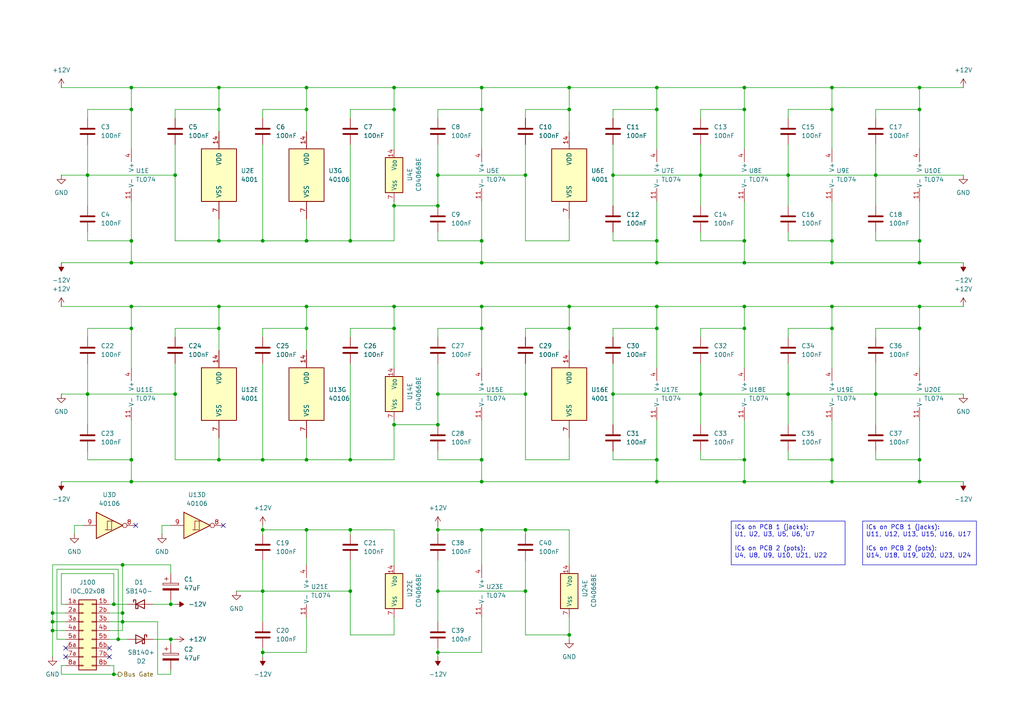
<source format=kicad_sch>
(kicad_sch (version 20250114) (generator "eeschema") (generator_version "9.0")
  (paper "A4")
  (title_block (title "Power Distribution") (company "DMH Instruments") (comment 1 "PCB for 15cm Kosmo format synthesizer module"))
  (text_box "ICs on PCB 1 (jacks):\nU11, U12, U13, U15, U16, U17\n\nICs on PCB 2 (pots):\nU14, U18, U19, U20, U23, U24" (at 250.19 151.13 0) (size 33.02 12.7) (margins 0.9525 0.9525 0.9525 0.9525) (effects (font (size 1.27 1.27)) (justify left top)))
  (text_box "ICs on PCB 1 (jacks):\nU1, U2, U3, U5, U6, U7\n\nICs on PCB 2 (pots):\nU4, U8, U9, U10, U21, U22" (at 212.09 151.13 0) (size 33.02 12.7) (margins 0.9525 0.9525 0.9525 0.9525) (effects (font (size 1.27 1.27)) (justify left top)))
  (junction (at 177.8 50.8))
  (junction (at 215.9 95.25))
  (junction (at 254 50.8))
  (junction (at 88.9 95.25))
  (junction (at 215.9 133.35))
  (junction (at 190.5 76.2))
  (junction (at 190.5 25.4))
  (junction (at 38.1 95.25))
  (junction (at 76.2 189.23))
  (junction (at 63.5 25.4))
  (junction (at 152.4 114.3))
  (junction (at 241.3 69.85))
  (junction (at 38.1 139.7))
  (junction (at 228.6 114.3))
  (junction (at 190.5 88.9))
  (junction (at 266.7 69.85))
  (junction (at 152.4 153.67))
  (junction (at 241.3 25.4))
  (junction (at 88.9 31.75))
  (junction (at 127 153.67))
  (junction (at 139.7 25.4))
  (junction (at 15.24 182.88))
  (junction (at 33.02 175.26))
  (junction (at 88.9 25.4))
  (junction (at 228.6 50.8))
  (junction (at 215.9 69.85))
  (junction (at 266.7 76.2))
  (junction (at 165.1 184.15))
  (junction (at 88.9 153.67))
  (junction (at 190.5 31.75))
  (junction (at 190.5 95.25))
  (junction (at 241.3 31.75))
  (junction (at 63.5 69.85))
  (junction (at 215.9 31.75))
  (junction (at 114.3 59.69))
  (junction (at 139.7 95.25))
  (junction (at 38.1 76.2))
  (junction (at 127 189.23))
  (junction (at 50.8 50.8))
  (junction (at 139.7 139.7))
  (junction (at 63.5 88.9))
  (junction (at 88.9 133.35))
  (junction (at 35.56 163.83))
  (junction (at 127 50.8))
  (junction (at 38.1 25.4))
  (junction (at 215.9 139.7))
  (junction (at 35.56 180.34))
  (junction (at 266.7 133.35))
  (junction (at 139.7 76.2))
  (junction (at 34.29 185.42))
  (junction (at 139.7 88.9))
  (junction (at 101.6 69.85))
  (junction (at 38.1 88.9))
  (junction (at 190.5 133.35))
  (junction (at 63.5 95.25))
  (junction (at 49.53 175.26))
  (junction (at 241.3 133.35))
  (junction (at 25.4 50.8))
  (junction (at 241.3 88.9))
  (junction (at 215.9 88.9))
  (junction (at 49.53 185.42))
  (junction (at 76.2 133.35))
  (junction (at 165.1 31.75))
  (junction (at 203.2 114.3))
  (junction (at 76.2 69.85))
  (junction (at 88.9 69.85))
  (junction (at 114.3 31.75))
  (junction (at 35.56 177.8))
  (junction (at 101.6 133.35))
  (junction (at 63.5 31.75))
  (junction (at 215.9 76.2))
  (junction (at 114.3 25.4))
  (junction (at 152.4 50.8))
  (junction (at 139.7 31.75))
  (junction (at 15.24 180.34))
  (junction (at 266.7 25.4))
  (junction (at 63.5 133.35))
  (junction (at 127 114.3))
  (junction (at 76.2 153.67))
  (junction (at 254 114.3))
  (junction (at 114.3 123.19))
  (junction (at 165.1 25.4))
  (junction (at 50.8 114.3))
  (junction (at 101.6 153.67))
  (junction (at 152.4 171.45))
  (junction (at 177.8 114.3))
  (junction (at 76.2 171.45))
  (junction (at 127 171.45))
  (junction (at 241.3 76.2))
  (junction (at 190.5 139.7))
  (junction (at 266.7 139.7))
  (junction (at 38.1 31.75))
  (junction (at 114.3 88.9))
  (junction (at 33.02 195.58))
  (junction (at 15.24 177.8))
  (junction (at 266.7 95.25))
  (junction (at 127 59.69))
  (junction (at 203.2 50.8))
  (junction (at 266.7 31.75))
  (junction (at 215.9 25.4))
  (junction (at 25.4 114.3))
  (junction (at 139.7 153.67))
  (junction (at 127 123.19))
  (junction (at 139.7 133.35))
  (junction (at 165.1 88.9))
  (junction (at 241.3 139.7))
  (junction (at 266.7 88.9))
  (junction (at 38.1 133.35))
  (junction (at 114.3 95.25))
  (junction (at 139.7 69.85))
  (junction (at 88.9 88.9))
  (junction (at 38.1 69.85))
  (junction (at 190.5 69.85))
  (junction (at 165.1 95.25))
  (junction (at 101.6 171.45))
  (junction (at 241.3 95.25))
  (no_connect (at 64.77 152.4))
  (no_connect (at 31.75 190.5))
  (no_connect (at 19.05 187.96))
  (no_connect (at 39.37 152.4))
  (no_connect (at 31.75 187.96))
  (no_connect (at 19.05 190.5))
  (wire (pts (xy 25.4 114.3) (xy 25.4 123.19)))
  (wire (pts (xy 49.53 194.31) (xy 49.53 195.58)))
  (wire (pts (xy 254 41.91) (xy 254 50.8)))
  (wire (pts (xy 33.02 195.58) (xy 34.29 195.58)))
  (wire (pts (xy 152.4 34.29) (xy 152.4 31.75)))
  (wire (pts (xy 25.4 34.29) (xy 25.4 31.75)))
  (wire (pts (xy 266.7 25.4) (xy 279.4 25.4)))
  (wire (pts (xy 101.6 41.91) (xy 101.6 69.85)))
  (wire (pts (xy 254 133.35) (xy 266.7 133.35)))
  (wire (pts (xy 241.3 25.4) (xy 266.7 25.4)))
  (wire (pts (xy 203.2 50.8) (xy 228.6 50.8)))
  (wire (pts (xy 127 154.94) (xy 127 153.67)))
  (wire (pts (xy 152.4 105.41) (xy 152.4 114.3)))
  (wire (pts (xy 203.2 31.75) (xy 215.9 31.75)))
  (wire (pts (xy 101.6 31.75) (xy 114.3 31.75)))
  (wire (pts (xy 15.24 163.83) (xy 15.24 177.8)))
  (wire (pts (xy 33.02 195.58) (xy 33.02 193.04)))
  (wire (pts (xy 17.78 76.2) (xy 38.1 76.2)))
  (wire (pts (xy 76.2 153.67) (xy 76.2 152.4)))
  (wire (pts (xy 254 105.41) (xy 254 114.3)))
  (wire (pts (xy 254 31.75) (xy 266.7 31.75)))
  (wire (pts (xy 35.56 180.34) (xy 45.72 180.34)))
  (wire (pts (xy 17.78 88.9) (xy 38.1 88.9)))
  (wire (pts (xy 76.2 41.91) (xy 76.2 69.85)))
  (wire (pts (xy 76.2 162.56) (xy 76.2 171.45)))
  (wire (pts (xy 127 41.91) (xy 127 50.8)))
  (wire (pts (xy 266.7 95.25) (xy 266.7 106.68)))
  (wire (pts (xy 25.4 114.3) (xy 50.8 114.3)))
  (wire (pts (xy 49.53 175.26) (xy 50.8 175.26)))
  (wire (pts (xy 177.8 133.35) (xy 190.5 133.35)))
  (wire (pts (xy 127 133.35) (xy 139.7 133.35)))
  (wire (pts (xy 177.8 114.3) (xy 203.2 114.3)))
  (wire (pts (xy 63.5 127) (xy 63.5 133.35)))
  (wire (pts (xy 139.7 88.9) (xy 139.7 95.25)))
  (wire (pts (xy 139.7 25.4) (xy 165.1 25.4)))
  (wire (pts (xy 266.7 121.92) (xy 266.7 133.35)))
  (wire (pts (xy 76.2 189.23) (xy 88.9 189.23)))
  (wire (pts (xy 203.2 67.31) (xy 203.2 69.85)))
  (wire (pts (xy 266.7 58.42) (xy 266.7 69.85)))
  (wire (pts (xy 254 114.3) (xy 254 123.19)))
  (wire (pts (xy 88.9 95.25) (xy 88.9 101.6)))
  (wire (pts (xy 152.4 50.8) (xy 152.4 69.85)))
  (wire (pts (xy 17.78 50.8) (xy 25.4 50.8)))
  (wire (pts (xy 177.8 114.3) (xy 177.8 123.19)))
  (wire (pts (xy 15.24 180.34) (xy 15.24 177.8)))
  (wire (pts (xy 139.7 25.4) (xy 139.7 31.75)))
  (wire (pts (xy 165.1 163.83) (xy 165.1 153.67)))
  (wire (pts (xy 114.3 123.19) (xy 127 123.19)))
  (wire (pts (xy 17.78 139.7) (xy 38.1 139.7)))
  (wire (pts (xy 50.8 114.3) (xy 50.8 133.35)))
  (wire (pts (xy 241.3 31.75) (xy 241.3 43.18)))
  (wire (pts (xy 76.2 133.35) (xy 88.9 133.35)))
  (wire (pts (xy 215.9 121.92) (xy 215.9 133.35)))
  (wire (pts (xy 203.2 114.3) (xy 228.6 114.3)))
  (wire (pts (xy 165.1 127) (xy 165.1 133.35)))
  (wire (pts (xy 38.1 76.2) (xy 139.7 76.2)))
  (wire (pts (xy 203.2 69.85) (xy 215.9 69.85)))
  (wire (pts (xy 177.8 95.25) (xy 190.5 95.25)))
  (wire (pts (xy 76.2 153.67) (xy 88.9 153.67)))
  (wire (pts (xy 25.4 69.85) (xy 38.1 69.85)))
  (wire (pts (xy 228.6 31.75) (xy 241.3 31.75)))
  (wire (pts (xy 76.2 187.96) (xy 76.2 189.23)))
  (wire (pts (xy 34.29 165.1) (xy 34.29 185.42)))
  (wire (pts (xy 165.1 69.85) (xy 152.4 69.85)))
  (wire (pts (xy 215.9 88.9) (xy 215.9 95.25)))
  (wire (pts (xy 139.7 69.85) (xy 139.7 76.2)))
  (wire (pts (xy 127 130.81) (xy 127 133.35)))
  (wire (pts (xy 114.3 59.69) (xy 127 59.69)))
  (wire (pts (xy 241.3 95.25) (xy 241.3 106.68)))
  (wire (pts (xy 266.7 31.75) (xy 266.7 43.18)))
  (wire (pts (xy 38.1 69.85) (xy 38.1 76.2)))
  (wire (pts (xy 19.05 180.34) (xy 15.24 180.34)))
  (wire (pts (xy 139.7 76.2) (xy 190.5 76.2)))
  (wire (pts (xy 114.3 59.69) (xy 114.3 69.85)))
  (wire (pts (xy 190.5 121.92) (xy 190.5 133.35)))
  (wire (pts (xy 88.9 179.07) (xy 88.9 189.23)))
  (wire (pts (xy 165.1 31.75) (xy 165.1 25.4)))
  (wire (pts (xy 38.1 58.42) (xy 38.1 69.85)))
  (wire (pts (xy 19.05 185.42) (xy 16.51 185.42)))
  (wire (pts (xy 127 153.67) (xy 139.7 153.67)))
  (wire (pts (xy 127 189.23) (xy 139.7 189.23)))
  (wire (pts (xy 101.6 97.79) (xy 101.6 95.25)))
  (wire (pts (xy 88.9 88.9) (xy 88.9 95.25)))
  (wire (pts (xy 25.4 31.75) (xy 38.1 31.75)))
  (wire (pts (xy 38.1 95.25) (xy 38.1 106.68)))
  (wire (pts (xy 63.5 63.5) (xy 63.5 69.85)))
  (wire (pts (xy 215.9 95.25) (xy 215.9 106.68)))
  (wire (pts (xy 177.8 34.29) (xy 177.8 31.75)))
  (wire (pts (xy 190.5 76.2) (xy 215.9 76.2)))
  (wire (pts (xy 49.53 195.58) (xy 45.72 195.58)))
  (wire (pts (xy 139.7 88.9) (xy 165.1 88.9)))
  (wire (pts (xy 228.6 41.91) (xy 228.6 50.8)))
  (wire (pts (xy 127 114.3) (xy 152.4 114.3)))
  (wire (pts (xy 38.1 25.4) (xy 63.5 25.4)))
  (wire (pts (xy 177.8 31.75) (xy 190.5 31.75)))
  (wire (pts (xy 101.6 105.41) (xy 101.6 133.35)))
  (wire (pts (xy 35.56 163.83) (xy 15.24 163.83)))
  (wire (pts (xy 127 67.31) (xy 127 69.85)))
  (wire (pts (xy 127 162.56) (xy 127 171.45)))
  (wire (pts (xy 88.9 163.83) (xy 88.9 153.67)))
  (wire (pts (xy 254 114.3) (xy 279.4 114.3)))
  (wire (pts (xy 17.78 25.4) (xy 38.1 25.4)))
  (wire (pts (xy 31.75 185.42) (xy 34.29 185.42)))
  (wire (pts (xy 114.3 25.4) (xy 114.3 31.75)))
  (wire (pts (xy 228.6 95.25) (xy 241.3 95.25)))
  (wire (pts (xy 139.7 163.83) (xy 139.7 153.67)))
  (wire (pts (xy 19.05 177.8) (xy 15.24 177.8)))
  (wire (pts (xy 35.56 163.83) (xy 49.53 163.83)))
  (wire (pts (xy 25.4 133.35) (xy 38.1 133.35)))
  (wire (pts (xy 31.75 182.88) (xy 35.56 182.88)))
  (wire (pts (xy 101.6 171.45) (xy 101.6 184.15)))
  (wire (pts (xy 127 153.67) (xy 127 152.4)))
  (wire (pts (xy 25.4 67.31) (xy 25.4 69.85)))
  (wire (pts (xy 203.2 133.35) (xy 215.9 133.35)))
  (wire (pts (xy 21.59 154.94) (xy 21.59 152.4)))
  (wire (pts (xy 88.9 133.35) (xy 101.6 133.35)))
  (wire (pts (xy 25.4 105.41) (xy 25.4 114.3)))
  (wire (pts (xy 177.8 67.31) (xy 177.8 69.85)))
  (wire (pts (xy 76.2 34.29) (xy 76.2 31.75)))
  (wire (pts (xy 19.05 182.88) (xy 15.24 182.88)))
  (wire (pts (xy 15.24 182.88) (xy 15.24 190.5)))
  (wire (pts (xy 215.9 25.4) (xy 215.9 31.75)))
  (wire (pts (xy 190.5 139.7) (xy 215.9 139.7)))
  (wire (pts (xy 228.6 67.31) (xy 228.6 69.85)))
  (wire (pts (xy 114.3 121.92) (xy 114.3 123.19)))
  (wire (pts (xy 215.9 31.75) (xy 215.9 43.18)))
  (wire (pts (xy 31.75 193.04) (xy 33.02 193.04)))
  (wire (pts (xy 114.3 179.07) (xy 114.3 184.15)))
  (wire (pts (xy 34.29 185.42) (xy 36.83 185.42)))
  (wire (pts (xy 50.8 41.91) (xy 50.8 50.8)))
  (wire (pts (xy 228.6 114.3) (xy 228.6 123.19)))
  (wire (pts (xy 63.5 88.9) (xy 88.9 88.9)))
  (wire (pts (xy 76.2 95.25) (xy 88.9 95.25)))
  (wire (pts (xy 101.6 34.29) (xy 101.6 31.75)))
  (wire (pts (xy 266.7 76.2) (xy 279.4 76.2)))
  (wire (pts (xy 139.7 179.07) (xy 139.7 189.23)))
  (wire (pts (xy 114.3 133.35) (xy 101.6 133.35)))
  (wire (pts (xy 215.9 139.7) (xy 241.3 139.7)))
  (wire (pts (xy 17.78 114.3) (xy 25.4 114.3)))
  (wire (pts (xy 35.56 177.8) (xy 35.56 163.83)))
  (wire (pts (xy 241.3 121.92) (xy 241.3 133.35)))
  (wire (pts (xy 63.5 25.4) (xy 63.5 31.75)))
  (wire (pts (xy 127 187.96) (xy 127 189.23)))
  (wire (pts (xy 31.75 180.34) (xy 35.56 180.34)))
  (wire (pts (xy 266.7 133.35) (xy 266.7 139.7)))
  (wire (pts (xy 190.5 25.4) (xy 215.9 25.4)))
  (wire (pts (xy 101.6 162.56) (xy 101.6 171.45)))
  (wire (pts (xy 241.3 58.42) (xy 241.3 69.85)))
  (wire (pts (xy 139.7 153.67) (xy 152.4 153.67)))
  (wire (pts (xy 19.05 175.26) (xy 17.78 175.26)))
  (wire (pts (xy 63.5 88.9) (xy 63.5 95.25)))
  (wire (pts (xy 215.9 76.2) (xy 241.3 76.2)))
  (wire (pts (xy 50.8 97.79) (xy 50.8 95.25)))
  (wire (pts (xy 177.8 50.8) (xy 177.8 59.69)))
  (wire (pts (xy 127 171.45) (xy 152.4 171.45)))
  (wire (pts (xy 101.6 95.25) (xy 114.3 95.25)))
  (wire (pts (xy 31.75 175.26) (xy 33.02 175.26)))
  (wire (pts (xy 241.3 88.9) (xy 241.3 95.25)))
  (wire (pts (xy 165.1 133.35) (xy 152.4 133.35)))
  (wire (pts (xy 88.9 25.4) (xy 114.3 25.4)))
  (wire (pts (xy 114.3 163.83) (xy 114.3 153.67)))
  (wire (pts (xy 241.3 88.9) (xy 266.7 88.9)))
  (wire (pts (xy 215.9 25.4) (xy 241.3 25.4)))
  (wire (pts (xy 45.72 195.58) (xy 45.72 180.34)))
  (wire (pts (xy 44.45 175.26) (xy 49.53 175.26)))
  (wire (pts (xy 49.53 185.42) (xy 50.8 185.42)))
  (wire (pts (xy 152.4 114.3) (xy 152.4 133.35)))
  (wire (pts (xy 88.9 133.35) (xy 88.9 127)))
  (wire (pts (xy 165.1 184.15) (xy 165.1 179.07)))
  (wire (pts (xy 114.3 25.4) (xy 139.7 25.4)))
  (wire (pts (xy 266.7 88.9) (xy 279.4 88.9)))
  (wire (pts (xy 266.7 25.4) (xy 266.7 31.75)))
  (wire (pts (xy 88.9 69.85) (xy 88.9 63.5)))
  (wire (pts (xy 152.4 184.15) (xy 165.1 184.15)))
  (wire (pts (xy 44.45 185.42) (xy 49.53 185.42)))
  (wire (pts (xy 63.5 95.25) (xy 63.5 101.6)))
  (wire (pts (xy 190.5 88.9) (xy 190.5 95.25)))
  (wire (pts (xy 35.56 182.88) (xy 35.56 180.34)))
  (wire (pts (xy 254 95.25) (xy 266.7 95.25)))
  (wire (pts (xy 50.8 50.8) (xy 50.8 69.85)))
  (wire (pts (xy 228.6 105.41) (xy 228.6 114.3)))
  (wire (pts (xy 165.1 88.9) (xy 190.5 88.9)))
  (wire (pts (xy 215.9 88.9) (xy 241.3 88.9)))
  (wire (pts (xy 38.1 133.35) (xy 38.1 139.7)))
  (wire (pts (xy 215.9 133.35) (xy 215.9 139.7)))
  (wire (pts (xy 127 189.23) (xy 127 190.5)))
  (wire (pts (xy 88.9 25.4) (xy 88.9 31.75)))
  (wire (pts (xy 50.8 105.41) (xy 50.8 114.3)))
  (wire (pts (xy 241.3 25.4) (xy 241.3 31.75)))
  (wire (pts (xy 177.8 130.81) (xy 177.8 133.35)))
  (wire (pts (xy 16.51 165.1) (xy 34.29 165.1)))
  (wire (pts (xy 139.7 95.25) (xy 139.7 106.68)))
  (wire (pts (xy 33.02 166.37) (xy 33.02 175.26)))
  (wire (pts (xy 63.5 31.75) (xy 63.5 38.1)))
  (wire (pts (xy 127 69.85) (xy 139.7 69.85)))
  (wire (pts (xy 114.3 31.75) (xy 114.3 43.18)))
  (wire (pts (xy 127 114.3) (xy 127 123.19)))
  (wire (pts (xy 203.2 41.91) (xy 203.2 50.8)))
  (wire (pts (xy 114.3 184.15) (xy 101.6 184.15)))
  (wire (pts (xy 177.8 50.8) (xy 203.2 50.8)))
  (wire (pts (xy 17.78 166.37) (xy 33.02 166.37)))
  (wire (pts (xy 152.4 41.91) (xy 152.4 50.8)))
  (wire (pts (xy 127 105.41) (xy 127 114.3)))
  (wire (pts (xy 25.4 130.81) (xy 25.4 133.35)))
  (wire (pts (xy 68.58 171.45) (xy 76.2 171.45)))
  (wire (pts (xy 38.1 88.9) (xy 38.1 95.25)))
  (wire (pts (xy 50.8 95.25) (xy 63.5 95.25)))
  (wire (pts (xy 88.9 153.67) (xy 101.6 153.67)))
  (wire (pts (xy 63.5 25.4) (xy 88.9 25.4)))
  (wire (pts (xy 38.1 88.9) (xy 63.5 88.9)))
  (wire (pts (xy 17.78 195.58) (xy 33.02 195.58)))
  (wire (pts (xy 25.4 41.91) (xy 25.4 50.8)))
  (wire (pts (xy 88.9 69.85) (xy 101.6 69.85)))
  (wire (pts (xy 21.59 152.4) (xy 24.13 152.4)))
  (wire (pts (xy 25.4 95.25) (xy 38.1 95.25)))
  (wire (pts (xy 76.2 97.79) (xy 76.2 95.25)))
  (wire (pts (xy 127 31.75) (xy 139.7 31.75)))
  (wire (pts (xy 49.53 185.42) (xy 49.53 186.69)))
  (wire (pts (xy 203.2 105.41) (xy 203.2 114.3)))
  (wire (pts (xy 203.2 95.25) (xy 215.9 95.25)))
  (wire (pts (xy 38.1 139.7) (xy 139.7 139.7)))
  (wire (pts (xy 165.1 25.4) (xy 190.5 25.4)))
  (wire (pts (xy 50.8 31.75) (xy 63.5 31.75)))
  (wire (pts (xy 76.2 171.45) (xy 76.2 180.34)))
  (wire (pts (xy 203.2 97.79) (xy 203.2 95.25)))
  (wire (pts (xy 139.7 121.92) (xy 139.7 133.35)))
  (wire (pts (xy 139.7 31.75) (xy 139.7 43.18)))
  (wire (pts (xy 228.6 50.8) (xy 228.6 59.69)))
  (wire (pts (xy 177.8 105.41) (xy 177.8 114.3)))
  (wire (pts (xy 241.3 76.2) (xy 266.7 76.2)))
  (wire (pts (xy 25.4 97.79) (xy 25.4 95.25)))
  (wire (pts (xy 241.3 69.85) (xy 241.3 76.2)))
  (wire (pts (xy 101.6 154.94) (xy 101.6 153.67)))
  (wire (pts (xy 139.7 58.42) (xy 139.7 69.85)))
  (wire (pts (xy 228.6 97.79) (xy 228.6 95.25)))
  (wire (pts (xy 228.6 130.81) (xy 228.6 133.35)))
  (wire (pts (xy 254 67.31) (xy 254 69.85)))
  (wire (pts (xy 228.6 133.35) (xy 241.3 133.35)))
  (wire (pts (xy 190.5 88.9) (xy 215.9 88.9)))
  (wire (pts (xy 190.5 31.75) (xy 190.5 43.18)))
  (wire (pts (xy 25.4 50.8) (xy 50.8 50.8)))
  (wire (pts (xy 114.3 58.42) (xy 114.3 59.69)))
  (wire (pts (xy 165.1 31.75) (xy 165.1 38.1)))
  (wire (pts (xy 152.4 95.25) (xy 165.1 95.25)))
  (wire (pts (xy 33.02 175.26) (xy 36.83 175.26)))
  (wire (pts (xy 203.2 130.81) (xy 203.2 133.35)))
  (wire (pts (xy 76.2 154.94) (xy 76.2 153.67)))
  (wire (pts (xy 228.6 34.29) (xy 228.6 31.75)))
  (wire (pts (xy 127 171.45) (xy 127 180.34)))
  (wire (pts (xy 50.8 69.85) (xy 63.5 69.85)))
  (wire (pts (xy 114.3 88.9) (xy 114.3 95.25)))
  (wire (pts (xy 127 50.8) (xy 152.4 50.8)))
  (wire (pts (xy 76.2 105.41) (xy 76.2 133.35)))
  (wire (pts (xy 127 50.8) (xy 127 59.69)))
  (wire (pts (xy 49.53 166.37) (xy 49.53 163.83)))
  (wire (pts (xy 49.53 173.99) (xy 49.53 175.26)))
  (wire (pts (xy 254 50.8) (xy 279.4 50.8)))
  (wire (pts (xy 228.6 69.85) (xy 241.3 69.85)))
  (wire (pts (xy 50.8 34.29) (xy 50.8 31.75)))
  (wire (pts (xy 254 34.29) (xy 254 31.75)))
  (wire (pts (xy 88.9 88.9) (xy 114.3 88.9)))
  (wire (pts (xy 114.3 95.25) (xy 114.3 106.68)))
  (wire (pts (xy 152.4 31.75) (xy 165.1 31.75)))
  (wire (pts (xy 165.1 63.5) (xy 165.1 69.85)))
  (wire (pts (xy 17.78 193.04) (xy 17.78 195.58)))
  (wire (pts (xy 38.1 31.75) (xy 38.1 43.18)))
  (wire (pts (xy 127 97.79) (xy 127 95.25)))
  (wire (pts (xy 63.5 69.85) (xy 76.2 69.85)))
  (wire (pts (xy 266.7 139.7) (xy 279.4 139.7)))
  (wire (pts (xy 63.5 133.35) (xy 76.2 133.35)))
  (wire (pts (xy 19.05 193.04) (xy 17.78 193.04)))
  (wire (pts (xy 177.8 97.79) (xy 177.8 95.25)))
  (wire (pts (xy 254 50.8) (xy 254 59.69)))
  (wire (pts (xy 203.2 114.3) (xy 203.2 123.19)))
  (wire (pts (xy 76.2 31.75) (xy 88.9 31.75)))
  (wire (pts (xy 228.6 50.8) (xy 254 50.8)))
  (wire (pts (xy 76.2 189.23) (xy 76.2 190.5)))
  (wire (pts (xy 190.5 133.35) (xy 190.5 139.7)))
  (wire (pts (xy 114.3 88.9) (xy 139.7 88.9)))
  (wire (pts (xy 254 130.81) (xy 254 133.35)))
  (wire (pts (xy 266.7 88.9) (xy 266.7 95.25)))
  (wire (pts (xy 190.5 25.4) (xy 190.5 31.75)))
  (wire (pts (xy 31.75 177.8) (xy 35.56 177.8)))
  (wire (pts (xy 101.6 153.67) (xy 114.3 153.67)))
  (wire (pts (xy 50.8 133.35) (xy 63.5 133.35)))
  (wire (pts (xy 254 97.79) (xy 254 95.25)))
  (wire (pts (xy 15.24 182.88) (xy 15.24 180.34)))
  (wire (pts (xy 152.4 97.79) (xy 152.4 95.25)))
  (wire (pts (xy 190.5 58.42) (xy 190.5 69.85)))
  (wire (pts (xy 127 95.25) (xy 139.7 95.25)))
  (wire (pts (xy 114.3 69.85) (xy 101.6 69.85)))
  (wire (pts (xy 266.7 69.85) (xy 266.7 76.2)))
  (wire (pts (xy 139.7 139.7) (xy 190.5 139.7)))
  (wire (pts (xy 152.4 162.56) (xy 152.4 171.45)))
  (wire (pts (xy 215.9 58.42) (xy 215.9 69.85)))
  (wire (pts (xy 177.8 41.91) (xy 177.8 50.8)))
  (wire (pts (xy 76.2 171.45) (xy 101.6 171.45)))
  (wire (pts (xy 165.1 95.25) (xy 165.1 101.6)))
  (wire (pts (xy 190.5 69.85) (xy 190.5 76.2)))
  (wire (pts (xy 139.7 133.35) (xy 139.7 139.7)))
  (wire (pts (xy 203.2 34.29) (xy 203.2 31.75)))
  (wire (pts (xy 215.9 69.85) (xy 215.9 76.2)))
  (wire (pts (xy 127 34.29) (xy 127 31.75)))
  (wire (pts (xy 76.2 69.85) (xy 88.9 69.85)))
  (wire (pts (xy 241.3 133.35) (xy 241.3 139.7)))
  (wire (pts (xy 228.6 114.3) (xy 254 114.3)))
  (wire (pts (xy 114.3 123.19) (xy 114.3 133.35)))
  (wire (pts (xy 16.51 185.42) (xy 16.51 165.1)))
  (wire (pts (xy 38.1 25.4) (xy 38.1 31.75)))
  (wire (pts (xy 152.4 171.45) (xy 152.4 184.15)))
  (wire (pts (xy 46.99 154.94) (xy 46.99 152.4)))
  (wire (pts (xy 254 69.85) (xy 266.7 69.85)))
  (wire (pts (xy 165.1 153.67) (xy 152.4 153.67)))
  (wire (pts (xy 17.78 175.26) (xy 17.78 166.37)))
  (wire (pts (xy 35.56 180.34) (xy 35.56 177.8)))
  (wire (pts (xy 165.1 95.25) (xy 165.1 88.9)))
  (wire (pts (xy 88.9 31.75) (xy 88.9 38.1)))
  (wire (pts (xy 165.1 184.15) (xy 165.1 185.42)))
  (wire (pts (xy 190.5 95.25) (xy 190.5 106.68)))
  (wire (pts (xy 152.4 154.94) (xy 152.4 153.67)))
  (wire (pts (xy 46.99 152.4) (xy 49.53 152.4)))
  (wire (pts (xy 25.4 50.8) (xy 25.4 59.69)))
  (wire (pts (xy 241.3 139.7) (xy 266.7 139.7)))
  (wire (pts (xy 177.8 69.85) (xy 190.5 69.85)))
  (wire (pts (xy 38.1 121.92) (xy 38.1 133.35)))
  (wire (pts (xy 203.2 50.8) (xy 203.2 59.69)))
  (hierarchical_label "Bus Gate" (shape output) (at 34.29 195.58 0))
  (symbol (lib_id "power:+12V") (at 76.2 152.4 0) (unit 1)
    (property "Reference" "#PWR013" (effects (hide yes)))
    (property "Value" "+12V" (at 76.2 147.32 0))
    (property "Description" "Power symbol creates a global label with name \"+12V\"" (effects (hide yes)))
  )
  (symbol (lib_id "Amplifier_Operational:TL074") (at 218.44 50.8 0) (unit 5)
    (property "Reference" "U8" (at 217.17 49.5299 0) (effects (justify left)))
    (property "Value" "TL074" (at 217.17 52.0699 0) (effects (justify left)))
    (property "Footprint" "Package_DIP:DIP-14_W7.62mm_Socket" (effects (hide yes)))
    (property "Datasheet" "http://www.ti.com/lit/ds/symlink/tl071.pdf" (effects (hide yes)))
    (property "Description" "Quad Low-Noise JFET-Input Operational Amplifiers, DIP-14/SOIC-14" (effects (hide yes)))
  )
  (symbol (lib_id "Amplifier_Operational:TL074") (at 91.44 171.45 0) (unit 5)
    (property "Reference" "U21" (at 90.17 170.1799 0) (effects (justify left)))
    (property "Value" "TL074" (at 90.17 172.7199 0) (effects (justify left)))
    (property "Footprint" "Package_DIP:DIP-14_W7.62mm_Socket" (effects (hide yes)))
    (property "Datasheet" "http://www.ti.com/lit/ds/symlink/tl071.pdf" (effects (hide yes)))
    (property "Description" "Quad Low-Noise JFET-Input Operational Amplifiers, DIP-14/SOIC-14" (effects (hide yes)))
  )
  (symbol (lib_id "Device:C") (at 25.4 38.1 0) (unit 1) (on_board no)
    (property "Reference" "C3" (at 29.21 36.8299 0) (effects (justify left)))
    (property "Value" "100nF" (at 29.21 39.3699 0) (effects (justify left)))
    (property "Footprint" "Capacitor_THT:C_Disc_D4.3mm_W1.9mm_P5.00mm" (effects (hide yes)))
    (property "Description" "Unpolarized capacitor" (effects (hide yes)))
  )
  (symbol (lib_id "Amplifier_Operational:TL074") (at 193.04 50.8 0) (unit 5) (on_board no)
    (property "Reference" "U7" (at 191.77 49.5299 0) (effects (justify left)))
    (property "Value" "TL074" (at 191.77 52.0699 0) (effects (justify left)))
    (property "Footprint" "Package_DIP:DIP-14_W7.62mm_Socket" (effects (hide yes)))
    (property "Datasheet" "http://www.ti.com/lit/ds/symlink/tl071.pdf" (effects (hide yes)))
    (property "Description" "Quad Low-Noise JFET-Input Operational Amplifiers, DIP-14/SOIC-14" (effects (hide yes)))
  )
  (symbol (lib_id "power:GND") (at 17.78 114.3 0) (unit 1) (on_board no)
    (property "Reference" "#PWR010" (effects (hide yes)))
    (property "Value" "GND" (at 17.78 119.38 0))
    (property "Description" "Power symbol creates a global label with name \"GND\" , ground" (effects (hide yes)))
  )
  (symbol (lib_id "Device:C") (at 228.6 38.1 0) (unit 1)
    (property "Reference" "C15" (at 232.41 36.8299 0) (effects (justify left)))
    (property "Value" "100nF" (at 232.41 39.3699 0) (effects (justify left)))
    (property "Footprint" "Capacitor_THT:C_Disc_D4.3mm_W1.9mm_P5.00mm" (effects (hide yes)))
    (property "Description" "Unpolarized capacitor" (effects (hide yes)))
  )
  (symbol (lib_id "Device:C_Polarized") (at 49.53 170.18 0) (unit 1) (on_board no)
    (property "Reference" "C1" (at 53.34 168.0209 0) (effects (justify left)))
    (property "Value" "47uF" (at 53.34 170.5609 0) (effects (justify left)))
    (property "Footprint" "Capacitor_THT:CP_Radial_D4.0mm_P1.50mm" (effects (hide yes)))
    (property "Description" "Polarized capacitor" (effects (hide yes)))
  )
  (symbol (lib_id "Device:C") (at 127 38.1 0) (unit 1) (on_board no)
    (property "Reference" "C8" (at 130.81 36.8299 0) (effects (justify left)))
    (property "Value" "100nF" (at 130.81 39.3699 0) (effects (justify left)))
    (property "Footprint" "Capacitor_THT:C_Disc_D4.3mm_W1.9mm_P5.00mm" (effects (hide yes)))
    (property "Description" "Unpolarized capacitor" (effects (hide yes)))
  )
  (symbol (lib_id "Device:C") (at 254 38.1 0) (unit 1)
    (property "Reference" "C17" (at 257.81 36.8299 0) (effects (justify left)))
    (property "Value" "100nF" (at 257.81 39.3699 0) (effects (justify left)))
    (property "Footprint" "Capacitor_THT:C_Disc_D4.3mm_W1.9mm_P5.00mm" (effects (hide yes)))
    (property "Description" "Unpolarized capacitor" (effects (hide yes)))
  )
  (symbol (lib_id "power:GND") (at 15.24 190.5 0) (unit 1) (on_board no)
    (property "Reference" "#PWR018" (effects (hide yes)))
    (property "Value" "GND" (at 15.24 195.58 0))
    (property "Description" "Power symbol creates a global label with name \"GND\" , ground" (effects (hide yes)))
  )
  (symbol (lib_id "power:+12V") (at 50.8 185.42 270) (unit 1) (on_board no)
    (property "Reference" "#PWR017" (effects (hide yes)))
    (property "Value" "+12V" (at 54.61 185.4199 90) (effects (justify left)))
    (property "Description" "Power symbol creates a global label with name \"+12V\"" (effects (hide yes)))
  )
  (symbol (lib_id "Device:C") (at 203.2 127 0) (unit 1)
    (property "Reference" "C33" (at 207.01 125.7299 0) (effects (justify left)))
    (property "Value" "100nF" (at 207.01 128.2699 0) (effects (justify left)))
    (property "Footprint" "Capacitor_THT:C_Disc_D4.3mm_W1.9mm_P5.00mm" (effects (hide yes)))
    (property "Description" "Unpolarized capacitor" (effects (hide yes)))
  )
  (symbol (lib_id "Device:C") (at 25.4 127 0) (unit 1) (on_board no)
    (property "Reference" "C23" (at 29.21 125.7299 0) (effects (justify left)))
    (property "Value" "100nF" (at 29.21 128.2699 0) (effects (justify left)))
    (property "Footprint" "Capacitor_THT:C_Disc_D4.3mm_W1.9mm_P5.00mm" (effects (hide yes)))
    (property "Description" "Unpolarized capacitor" (effects (hide yes)))
  )
  (symbol (lib_id "power:GND") (at 46.99 154.94 0) (unit 1)
    (property "Reference" "#PWR023" (effects (hide yes)))
    (property "Value" "GND" (at 46.99 160.02 0))
    (property "Description" "Power symbol creates a global label with name \"GND\" , ground" (effects (hide yes)))
  )
  (symbol (lib_id "Device:C") (at 254 63.5 0) (unit 1)
    (property "Reference" "C18" (at 257.81 62.2299 0) (effects (justify left)))
    (property "Value" "100nF" (at 257.81 64.7699 0) (effects (justify left)))
    (property "Footprint" "Capacitor_THT:C_Disc_D4.3mm_W1.9mm_P5.00mm" (effects (hide yes)))
    (property "Description" "Unpolarized capacitor" (effects (hide yes)))
  )
  (symbol (lib_id "Amplifier_Operational:TL074") (at 269.24 114.3 0) (unit 5)
    (property "Reference" "U20" (at 267.97 113.0299 0) (effects (justify left)))
    (property "Value" "TL074" (at 267.97 115.5699 0) (effects (justify left)))
    (property "Footprint" "Package_DIP:DIP-14_W7.62mm_Socket" (effects (hide yes)))
    (property "Datasheet" "http://www.ti.com/lit/ds/symlink/tl071.pdf" (effects (hide yes)))
    (property "Description" "Quad Low-Noise JFET-Input Operational Amplifiers, DIP-14/SOIC-14" (effects (hide yes)))
  )
  (symbol (lib_id "power:+12V") (at 17.78 25.4 0) (unit 1)
    (property "Reference" "#PWR01" (effects (hide yes)))
    (property "Value" "+12V" (at 17.78 20.32 0))
    (property "Description" "Power symbol creates a global label with name \"+12V\"" (effects (hide yes)))
  )
  (symbol (lib_id "4xxx:4001") (at 165.1 50.8 0) (unit 5) (on_board no)
    (property "Reference" "U6" (at 171.45 49.5299 0) (effects (justify left)))
    (property "Value" "4001" (at 171.45 52.0699 0) (effects (justify left)))
    (property "Footprint" "Package_DIP:DIP-14_W7.62mm_Socket" (effects (hide yes)))
    (property "Datasheet" "http://www.intersil.com/content/dam/Intersil/documents/cd40/cd4000bms-01bms-02bms-25bms.pdf" (effects (hide yes)))
    (property "Description" "Quad Nor 2 inputs" (effects (hide yes)))
  )
  (symbol (lib_id "Device:C") (at 76.2 101.6 0) (unit 1) (on_board no)
    (property "Reference" "C25" (at 80.01 100.3299 0) (effects (justify left)))
    (property "Value" "100nF" (at 80.01 102.8699 0) (effects (justify left)))
    (property "Footprint" "Capacitor_THT:C_Disc_D4.3mm_W1.9mm_P5.00mm" (effects (hide yes)))
    (property "Description" "Unpolarized capacitor" (effects (hide yes)))
  )
  (symbol (lib_id "power:-12V") (at 127 190.5 180) (unit 1)
    (property "Reference" "#PWR020" (effects (hide yes)))
    (property "Value" "-12V" (at 127 195.58 0))
    (property "Description" "Power symbol creates a global label with name \"-12V\"" (effects (hide yes)))
  )
  (symbol (lib_id "Device:C") (at 101.6 158.75 0) (unit 1) (on_board no)
    (property "Reference" "C21" (at 105.41 157.4799 0) (effects (justify left)))
    (property "Value" "100nF" (at 105.41 160.0199 0) (effects (justify left)))
    (property "Footprint" "Capacitor_THT:C_Disc_D4.3mm_W1.9mm_P5.00mm" (effects (hide yes)))
    (property "Description" "Unpolarized capacitor" (effects (hide yes)))
  )
  (symbol (lib_id "power:-12V") (at 17.78 139.7 180) (unit 1)
    (property "Reference" "#PWR011" (effects (hide yes)))
    (property "Value" "-12V" (at 17.78 144.78 0))
    (property "Description" "Power symbol creates a global label with name \"-12V\"" (effects (hide yes)))
  )
  (symbol (lib_id "power:-12V") (at 76.2 190.5 180) (unit 1)
    (property "Reference" "#PWR019" (effects (hide yes)))
    (property "Value" "-12V" (at 76.2 195.58 0))
    (property "Description" "Power symbol creates a global label with name \"-12V\"" (effects (hide yes)))
  )
  (symbol (lib_id "Device:C") (at 177.8 38.1 0) (unit 1) (on_board no)
    (property "Reference" "C11" (at 181.61 36.8299 0) (effects (justify left)))
    (property "Value" "100nF" (at 181.61 39.3699 0) (effects (justify left)))
    (property "Footprint" "Capacitor_THT:C_Disc_D4.3mm_W1.9mm_P5.00mm" (effects (hide yes)))
    (property "Description" "Unpolarized capacitor" (effects (hide yes)))
  )
  (symbol (lib_id "power:-12V") (at 17.78 76.2 180) (unit 1)
    (property "Reference" "#PWR05" (effects (hide yes)))
    (property "Value" "-12V" (at 17.78 81.28 0))
    (property "Description" "Power symbol creates a global label with name \"-12V\"" (effects (hide yes)))
  )
  (symbol (lib_id "Device:C") (at 127 127 0) (unit 1) (on_board no)
    (property "Reference" "C28" (at 130.81 125.7299 0) (effects (justify left)))
    (property "Value" "100nF" (at 130.81 128.2699 0) (effects (justify left)))
    (property "Footprint" "Capacitor_THT:C_Disc_D4.3mm_W1.9mm_P5.00mm" (effects (hide yes)))
    (property "Description" "Unpolarized capacitor" (effects (hide yes)))
  )
  (symbol (lib_id "Amplifier_Operational:TL074") (at 269.24 50.8 0) (unit 5)
    (property "Reference" "U10" (at 267.97 49.5299 0) (effects (justify left)))
    (property "Value" "TL074" (at 267.97 52.0699 0) (effects (justify left)))
    (property "Footprint" "Package_DIP:DIP-14_W7.62mm_Socket" (effects (hide yes)))
    (property "Datasheet" "http://www.ti.com/lit/ds/symlink/tl071.pdf" (effects (hide yes)))
    (property "Description" "Quad Low-Noise JFET-Input Operational Amplifiers, DIP-14/SOIC-14" (effects (hide yes)))
  )
  (symbol (lib_id "power:-12V") (at 279.4 139.7 180) (unit 1)
    (property "Reference" "#PWR012" (effects (hide yes)))
    (property "Value" "-12V" (at 279.4 144.78 0))
    (property "Description" "Power symbol creates a global label with name \"-12V\"" (effects (hide yes)))
  )
  (symbol (lib_id "power:+12V") (at 279.4 88.9 0) (unit 1)
    (property "Reference" "#PWR08" (effects (hide yes)))
    (property "Value" "+12V" (at 279.4 83.82 0))
    (property "Description" "Power symbol creates a global label with name \"+12V\"" (effects (hide yes)))
  )
  (symbol (lib_id "Device:C") (at 152.4 101.6 0) (unit 1) (on_board no)
    (property "Reference" "C29" (at 156.21 100.3299 0) (effects (justify left)))
    (property "Value" "100nF" (at 156.21 102.8699 0) (effects (justify left)))
    (property "Footprint" "Capacitor_THT:C_Disc_D4.3mm_W1.9mm_P5.00mm" (effects (hide yes)))
    (property "Description" "Unpolarized capacitor" (effects (hide yes)))
  )
  (symbol (lib_id "Device:C") (at 127 158.75 0) (unit 1) (on_board no)
    (property "Reference" "C38" (at 130.81 157.4799 0) (effects (justify left)))
    (property "Value" "100nF" (at 130.81 160.0199 0) (effects (justify left)))
    (property "Footprint" "Capacitor_THT:C_Disc_D4.3mm_W1.9mm_P5.00mm" (effects (hide yes)))
    (property "Description" "Unpolarized capacitor" (effects (hide yes)))
  )
  (symbol (lib_id "Device:C") (at 203.2 63.5 0) (unit 1)
    (property "Reference" "C14" (at 207.01 62.2299 0) (effects (justify left)))
    (property "Value" "100nF" (at 207.01 64.7699 0) (effects (justify left)))
    (property "Footprint" "Capacitor_THT:C_Disc_D4.3mm_W1.9mm_P5.00mm" (effects (hide yes)))
    (property "Description" "Unpolarized capacitor" (effects (hide yes)))
  )
  (symbol (lib_id "4xxx:40106") (at 88.9 114.3 0) (unit 7) (on_board no)
    (property "Reference" "U13" (at 95.25 113.0299 0) (effects (justify left)))
    (property "Value" "40106" (at 95.25 115.5699 0) (effects (justify left)))
    (property "Footprint" "Package_DIP:DIP-14_W7.62mm_Socket" (effects (hide yes)))
    (property "Datasheet" "https://assets.nexperia.com/documents/data-sheet/HEF40106B.pdf" (effects (hide yes)))
    (property "Description" "Hex Schmitt trigger inverter" (effects (hide yes)))
  )
  (symbol (lib_id "4xxx:40106") (at 31.75 152.4 0) (unit 4) (on_board no)
    (property "Reference" "U3" (at 31.75 143.51 0))
    (property "Value" "40106" (at 31.75 146.05 0))
    (property "Footprint" "Package_DIP:DIP-14_W7.62mm_Socket" (effects (hide yes)))
    (property "Datasheet" "https://assets.nexperia.com/documents/data-sheet/HEF40106B.pdf" (effects (hide yes)))
    (property "Description" "Hex Schmitt trigger inverter" (effects (hide yes)))
  )
  (symbol (lib_id "4xxx:4001") (at 165.1 114.3 0) (unit 5) (on_board no)
    (property "Reference" "U16" (at 171.45 113.0299 0) (effects (justify left)))
    (property "Value" "4001" (at 171.45 115.5699 0) (effects (justify left)))
    (property "Footprint" "Package_DIP:DIP-14_W7.62mm_Socket" (effects (hide yes)))
    (property "Datasheet" "http://www.intersil.com/content/dam/Intersil/documents/cd40/cd4000bms-01bms-02bms-25bms.pdf" (effects (hide yes)))
    (property "Description" "Quad Nor 2 inputs" (effects (hide yes)))
  )
  (symbol (lib_id "power:+12V") (at 127 152.4 0) (unit 1)
    (property "Reference" "#PWR014" (effects (hide yes)))
    (property "Value" "+12V" (at 127 147.32 0))
    (property "Description" "Power symbol creates a global label with name \"+12V\"" (effects (hide yes)))
  )
  (symbol (lib_id "4xxx:40106") (at 57.15 152.4 0) (unit 4) (on_board no)
    (property "Reference" "U13" (at 57.15 143.51 0))
    (property "Value" "40106" (at 57.15 146.05 0))
    (property "Footprint" "Package_DIP:DIP-14_W7.62mm_Socket" (effects (hide yes)))
    (property "Datasheet" "https://assets.nexperia.com/documents/data-sheet/HEF40106B.pdf" (effects (hide yes)))
    (property "Description" "Hex Schmitt trigger inverter" (effects (hide yes)))
  )
  (symbol (lib_id "Device:C") (at 177.8 127 0) (unit 1) (on_board no)
    (property "Reference" "C31" (at 181.61 125.7299 0) (effects (justify left)))
    (property "Value" "100nF" (at 181.61 128.2699 0) (effects (justify left)))
    (property "Footprint" "Capacitor_THT:C_Disc_D4.3mm_W1.9mm_P5.00mm" (effects (hide yes)))
    (property "Description" "Unpolarized capacitor" (effects (hide yes)))
  )
  (symbol (lib_id "Device:C") (at 50.8 38.1 0) (unit 1) (on_board no)
    (property "Reference" "C5" (at 54.61 36.8299 0) (effects (justify left)))
    (property "Value" "100nF" (at 54.61 39.3699 0) (effects (justify left)))
    (property "Footprint" "Capacitor_THT:C_Disc_D4.3mm_W1.9mm_P5.00mm" (effects (hide yes)))
    (property "Description" "Unpolarized capacitor" (effects (hide yes)))
  )
  (symbol (lib_id "Analog_Switch:CD4066BE") (at 165.1 171.45 0) (unit 5)
    (property "Reference" "U24" (at 169.672 173.228 90) (effects (justify left)))
    (property "Value" "CD4066BE" (at 172.212 176.276 90) (effects (justify left)))
    (property "Footprint" "Package_DIP:DIP-14_W7.62mm" (effects (hide yes)))
    (property "Datasheet" "https://www.ti.com/lit/ds/symlink/cd4066b.pdf" (effects (hide yes)))
    (property "Description" "Quad 20V analog SPST 1:1 switch, DIP-14" (effects (hide yes)))
  )
  (symbol (lib_id "power:GND") (at 279.4 114.3 0) (unit 1)
    (property "Reference" "#PWR021" (effects (hide yes)))
    (property "Value" "GND" (at 279.4 119.38 0))
    (property "Description" "Power symbol creates a global label with name \"GND\" , ground" (effects (hide yes)))
  )
  (symbol (lib_id "Device:C") (at 177.8 101.6 0) (unit 1) (on_board no)
    (property "Reference" "C30" (at 181.61 100.3299 0) (effects (justify left)))
    (property "Value" "100nF" (at 181.61 102.8699 0) (effects (justify left)))
    (property "Footprint" "Capacitor_THT:C_Disc_D4.3mm_W1.9mm_P5.00mm" (effects (hide yes)))
    (property "Description" "Unpolarized capacitor" (effects (hide yes)))
  )
  (symbol (lib_id "Device:C") (at 101.6 101.6 0) (unit 1)
    (property "Reference" "C26" (at 105.41 100.3299 0) (effects (justify left)))
    (property "Value" "100nF" (at 105.41 102.8699 0) (effects (justify left)))
    (property "Footprint" "Capacitor_THT:C_Disc_D4.3mm_W1.9mm_P5.00mm" (effects (hide yes)))
    (property "Description" "Unpolarized capacitor" (effects (hide yes)))
  )
  (symbol (lib_id "Device:C") (at 50.8 101.6 0) (unit 1) (on_board no)
    (property "Reference" "C24" (at 54.61 100.3299 0) (effects (justify left)))
    (property "Value" "100nF" (at 54.61 102.8699 0) (effects (justify left)))
    (property "Footprint" "Capacitor_THT:C_Disc_D4.3mm_W1.9mm_P5.00mm" (effects (hide yes)))
    (property "Description" "Unpolarized capacitor" (effects (hide yes)))
  )
  (symbol (lib_id "Device:C") (at 25.4 63.5 0) (unit 1) (on_board no)
    (property "Reference" "C4" (at 29.21 62.2299 0) (effects (justify left)))
    (property "Value" "100nF" (at 29.21 64.7699 0) (effects (justify left)))
    (property "Footprint" "Capacitor_THT:C_Disc_D4.3mm_W1.9mm_P5.00mm" (effects (hide yes)))
    (property "Description" "Unpolarized capacitor" (effects (hide yes)))
  )
  (symbol (lib_id "4xxx:4001") (at 63.5 50.8 0) (unit 5) (on_board no)
    (property "Reference" "U2" (at 69.85 49.5299 0) (effects (justify left)))
    (property "Value" "4001" (at 69.85 52.0699 0) (effects (justify left)))
    (property "Footprint" "Package_DIP:DIP-14_W7.62mm_Socket" (effects (hide yes)))
    (property "Datasheet" "http://www.intersil.com/content/dam/Intersil/documents/cd40/cd4000bms-01bms-02bms-25bms.pdf" (effects (hide yes)))
    (property "Description" "Quad Nor 2 inputs" (effects (hide yes)))
  )
  (symbol (lib_id "Amplifier_Operational:TL074") (at 40.64 114.3 0) (unit 5) (on_board no)
    (property "Reference" "U11" (at 39.37 113.0299 0) (effects (justify left)))
    (property "Value" "TL074" (at 39.37 115.5699 0) (effects (justify left)))
    (property "Footprint" "Package_DIP:DIP-14_W7.62mm_Socket" (effects (hide yes)))
    (property "Datasheet" "http://www.ti.com/lit/ds/symlink/tl071.pdf" (effects (hide yes)))
    (property "Description" "Quad Low-Noise JFET-Input Operational Amplifiers, DIP-14/SOIC-14" (effects (hide yes)))
  )
  (symbol (lib_id "Amplifier_Operational:TL074") (at 142.24 114.3 0) (unit 5) (on_board no)
    (property "Reference" "U15" (at 140.97 113.0299 0) (effects (justify left)))
    (property "Value" "TL074" (at 140.97 115.5699 0) (effects (justify left)))
    (property "Footprint" "Package_DIP:DIP-14_W7.62mm_Socket" (effects (hide yes)))
    (property "Datasheet" "http://www.ti.com/lit/ds/symlink/tl071.pdf" (effects (hide yes)))
    (property "Description" "Quad Low-Noise JFET-Input Operational Amplifiers, DIP-14/SOIC-14" (effects (hide yes)))
  )
  (symbol (lib_id "power:+12V") (at 17.78 88.9 0) (unit 1)
    (property "Reference" "#PWR07" (effects (hide yes)))
    (property "Value" "+12V" (at 17.78 83.82 0))
    (property "Description" "Power symbol creates a global label with name \"+12V\"" (effects (hide yes)))
  )
  (symbol (lib_id "Device:C") (at 127 63.5 0) (unit 1) (on_board no)
    (property "Reference" "C9" (at 130.81 62.2299 0) (effects (justify left)))
    (property "Value" "100nF" (at 130.81 64.7699 0) (effects (justify left)))
    (property "Footprint" "Capacitor_THT:C_Disc_D4.3mm_W1.9mm_P5.00mm" (effects (hide yes)))
    (property "Description" "Unpolarized capacitor" (effects (hide yes)))
  )
  (symbol (lib_id "4xxx:40106") (at 88.9 50.8 0) (unit 7) (on_board no)
    (property "Reference" "U3" (at 95.25 49.5299 0) (effects (justify left)))
    (property "Value" "40106" (at 95.25 52.0699 0) (effects (justify left)))
    (property "Footprint" "Package_DIP:DIP-14_W7.62mm_Socket" (effects (hide yes)))
    (property "Datasheet" "https://assets.nexperia.com/documents/data-sheet/HEF40106B.pdf" (effects (hide yes)))
    (property "Description" "Hex Schmitt trigger inverter" (effects (hide yes)))
  )
  (symbol (lib_id "power:GND") (at 165.1 185.42 0) (unit 1)
    (property "Reference" "#PWR09" (effects (hide yes)))
    (property "Value" "GND" (at 165.1 190.5 0))
    (property "Description" "Power symbol creates a global label with name \"GND\" , ground" (effects (hide yes)))
  )
  (symbol (lib_id "Analog_Switch:CD4066BE") (at 114.3 114.3 0) (unit 5)
    (property "Reference" "U14" (at 118.872 116.078 90) (effects (justify left)))
    (property "Value" "CD4066BE" (at 121.412 119.126 90) (effects (justify left)))
    (property "Footprint" "Package_DIP:DIP-14_W7.62mm" (effects (hide yes)))
    (property "Datasheet" "https://www.ti.com/lit/ds/symlink/cd4066b.pdf" (effects (hide yes)))
    (property "Description" "Quad 20V analog SPST 1:1 switch, DIP-14" (effects (hide yes)))
  )
  (symbol (lib_id "Amplifier_Operational:TL074") (at 243.84 50.8 0) (unit 5)
    (property "Reference" "U9" (at 242.57 49.5299 0) (effects (justify left)))
    (property "Value" "TL074" (at 242.57 52.0699 0) (effects (justify left)))
    (property "Footprint" "Package_DIP:DIP-14_W7.62mm_Socket" (effects (hide yes)))
    (property "Datasheet" "http://www.ti.com/lit/ds/symlink/tl071.pdf" (effects (hide yes)))
    (property "Description" "Quad Low-Noise JFET-Input Operational Amplifiers, DIP-14/SOIC-14" (effects (hide yes)))
  )
  (symbol (lib_id "Device:C") (at 254 101.6 0) (unit 1)
    (property "Reference" "C36" (at 257.81 100.3299 0) (effects (justify left)))
    (property "Value" "100nF" (at 257.81 102.8699 0) (effects (justify left)))
    (property "Footprint" "Capacitor_THT:C_Disc_D4.3mm_W1.9mm_P5.00mm" (effects (hide yes)))
    (property "Description" "Unpolarized capacitor" (effects (hide yes)))
  )
  (symbol (lib_id "Device:C") (at 177.8 63.5 0) (unit 1) (on_board no)
    (property "Reference" "C12" (at 181.61 62.2299 0) (effects (justify left)))
    (property "Value" "100nF" (at 181.61 64.7699 0) (effects (justify left)))
    (property "Footprint" "Capacitor_THT:C_Disc_D4.3mm_W1.9mm_P5.00mm" (effects (hide yes)))
    (property "Description" "Unpolarized capacitor" (effects (hide yes)))
  )
  (symbol (lib_id "Device:C") (at 203.2 101.6 0) (unit 1)
    (property "Reference" "C32" (at 207.01 100.3299 0) (effects (justify left)))
    (property "Value" "100nF" (at 207.01 102.8699 0) (effects (justify left)))
    (property "Footprint" "Capacitor_THT:C_Disc_D4.3mm_W1.9mm_P5.00mm" (effects (hide yes)))
    (property "Description" "Unpolarized capacitor" (effects (hide yes)))
  )
  (symbol (lib_id "power:GND") (at 17.78 50.8 0) (unit 1) (on_board no)
    (property "Reference" "#PWR03" (effects (hide yes)))
    (property "Value" "GND" (at 17.78 55.88 0))
    (property "Description" "Power symbol creates a global label with name \"GND\" , ground" (effects (hide yes)))
  )
  (symbol (lib_id "Device:C") (at 228.6 63.5 0) (unit 1)
    (property "Reference" "C16" (at 232.41 62.2299 0) (effects (justify left)))
    (property "Value" "100nF" (at 232.41 64.7699 0) (effects (justify left)))
    (property "Footprint" "Capacitor_THT:C_Disc_D4.3mm_W1.9mm_P5.00mm" (effects (hide yes)))
    (property "Description" "Unpolarized capacitor" (effects (hide yes)))
  )
  (symbol (lib_id "Device:C") (at 228.6 127 0) (unit 1)
    (property "Reference" "C35" (at 232.41 125.7299 0) (effects (justify left)))
    (property "Value" "100nF" (at 232.41 128.2699 0) (effects (justify left)))
    (property "Footprint" "Capacitor_THT:C_Disc_D4.3mm_W1.9mm_P5.00mm" (effects (hide yes)))
    (property "Description" "Unpolarized capacitor" (effects (hide yes)))
  )
  (symbol (lib_id "power:-12V") (at 50.8 175.26 270) (unit 1) (on_board no)
    (property "Reference" "#PWR016" (effects (hide yes)))
    (property "Value" "-12V" (at 54.61 175.2599 90) (effects (justify left)))
    (property "Description" "Power symbol creates a global label with name \"-12V\"" (effects (hide yes)))
  )
  (symbol (lib_id "Device:C") (at 25.4 101.6 0) (unit 1) (on_board no)
    (property "Reference" "C22" (at 29.21 100.3299 0) (effects (justify left)))
    (property "Value" "100nF" (at 29.21 102.8699 0) (effects (justify left)))
    (property "Footprint" "Capacitor_THT:C_Disc_D4.3mm_W1.9mm_P5.00mm" (effects (hide yes)))
    (property "Description" "Unpolarized capacitor" (effects (hide yes)))
  )
  (symbol (lib_id "power:GND") (at 279.4 50.8 0) (unit 1)
    (property "Reference" "#PWR04" (effects (hide yes)))
    (property "Value" "GND" (at 279.4 55.88 0))
    (property "Description" "Power symbol creates a global label with name \"GND\" , ground" (effects (hide yes)))
  )
  (symbol (lib_id "power:GND") (at 68.58 171.45 0) (unit 1)
    (property "Reference" "#PWR015" (effects (hide yes)))
    (property "Value" "GND" (at 68.58 176.53 0))
    (property "Description" "Power symbol creates a global label with name \"GND\" , ground" (effects (hide yes)))
  )
  (symbol (lib_id "Device:C") (at 76.2 184.15 0) (unit 1) (on_board no)
    (property "Reference" "C20" (at 80.01 182.8799 0) (effects (justify left)))
    (property "Value" "100nF" (at 80.01 185.4199 0) (effects (justify left)))
    (property "Footprint" "Capacitor_THT:C_Disc_D4.3mm_W1.9mm_P5.00mm" (effects (hide yes)))
    (property "Description" "Unpolarized capacitor" (effects (hide yes)))
  )
  (symbol (lib_id "Amplifier_Operational:TL074") (at 218.44 114.3 0) (unit 5)
    (property "Reference" "U18" (at 217.17 113.0299 0) (effects (justify left)))
    (property "Value" "TL074" (at 217.17 115.5699 0) (effects (justify left)))
    (property "Footprint" "Package_DIP:DIP-14_W7.62mm_Socket" (effects (hide yes)))
    (property "Datasheet" "http://www.ti.com/lit/ds/symlink/tl071.pdf" (effects (hide yes)))
    (property "Description" "Quad Low-Noise JFET-Input Operational Amplifiers, DIP-14/SOIC-14" (effects (hide yes)))
  )
  (symbol (lib_id "Device:C") (at 127 101.6 0) (unit 1) (on_board no)
    (property "Reference" "C27" (at 130.81 100.3299 0) (effects (justify left)))
    (property "Value" "100nF" (at 130.81 102.8699 0) (effects (justify left)))
    (property "Footprint" "Capacitor_THT:C_Disc_D4.3mm_W1.9mm_P5.00mm" (effects (hide yes)))
    (property "Description" "Unpolarized capacitor" (effects (hide yes)))
  )
  (symbol (lib_id "Amplifier_Operational:TL074") (at 193.04 114.3 0) (unit 5) (on_board no)
    (property "Reference" "U17" (at 191.77 113.0299 0) (effects (justify left)))
    (property "Value" "TL074" (at 191.77 115.5699 0) (effects (justify left)))
    (property "Footprint" "Package_DIP:DIP-14_W7.62mm_Socket" (effects (hide yes)))
    (property "Datasheet" "http://www.ti.com/lit/ds/symlink/tl071.pdf" (effects (hide yes)))
    (property "Description" "Quad Low-Noise JFET-Input Operational Amplifiers, DIP-14/SOIC-14" (effects (hide yes)))
  )
  (symbol (lib_id "power:+12V") (at 279.4 25.4 0) (unit 1)
    (property "Reference" "#PWR02" (effects (hide yes)))
    (property "Value" "+12V" (at 279.4 20.32 0))
    (property "Description" "Power symbol creates a global label with name \"+12V\"" (effects (hide yes)))
  )
  (symbol (lib_id "SynthStuff:Power_Bus_Schotty_-") (at 40.64 175.26 0) (unit 1) (on_board no)
    (property "Reference" "D1" (at 40.3225 168.91 0))
    (property "Value" "SB140-" (at 40.3225 171.45 0))
    (property "Footprint" "Diode_THT:D_DO-41_SOD81_P10.16mm_Horizontal" (effects (hide yes)))
    (property "Datasheet" "http://www.diodes.com/_files/datasheets/ds23022.pdf" (effects (hide yes)))
    (property "Description" "40V 1A Schottky Barrier Rectifier Diode, DO-41" (effects (hide yes)))
  )
  (symbol (lib_id "SynthStuff:Power_Bus_Schotty_+") (at 40.64 185.42 0) (mirror y) (unit 1) (on_board no)
    (property "Reference" "D2" (at 40.9575 191.77 0))
    (property "Value" "SB140+" (at 40.9575 189.23 0))
    (property "Footprint" "Diode_THT:D_DO-41_SOD81_P10.16mm_Horizontal" (effects (hide yes)))
    (property "Datasheet" "http://www.diodes.com/_files/datasheets/ds23022.pdf" (effects (hide yes)))
    (property "Description" "40V 1A Schottky Barrier Rectifier Diode, DO-41" (effects (hide yes)))
  )
  (symbol (lib_id "Device:C") (at 152.4 38.1 0) (unit 1) (on_board no)
    (property "Reference" "C10" (at 156.21 36.8299 0) (effects (justify left)))
    (property "Value" "100nF" (at 156.21 39.3699 0) (effects (justify left)))
    (property "Footprint" "Capacitor_THT:C_Disc_D4.3mm_W1.9mm_P5.00mm" (effects (hide yes)))
    (property "Description" "Unpolarized capacitor" (effects (hide yes)))
  )
  (symbol (lib_id "Analog_Switch:CD4066BE") (at 114.3 171.45 0) (unit 5)
    (property "Reference" "U22" (at 118.872 173.228 90) (effects (justify left)))
    (property "Value" "CD4066BE" (at 121.412 176.276 90) (effects (justify left)))
    (property "Footprint" "Package_DIP:DIP-14_W7.62mm" (effects (hide yes)))
    (property "Datasheet" "https://www.ti.com/lit/ds/symlink/cd4066b.pdf" (effects (hide yes)))
    (property "Description" "Quad 20V analog SPST 1:1 switch, DIP-14" (effects (hide yes)))
  )
  (symbol (lib_id "Device:C") (at 203.2 38.1 0) (unit 1)
    (property "Reference" "C13" (at 207.01 36.8299 0) (effects (justify left)))
    (property "Value" "100nF" (at 207.01 39.3699 0) (effects (justify left)))
    (property "Footprint" "Capacitor_THT:C_Disc_D4.3mm_W1.9mm_P5.00mm" (effects (hide yes)))
    (property "Description" "Unpolarized capacitor" (effects (hide yes)))
  )
  (symbol (lib_id "Device:C") (at 76.2 38.1 0) (unit 1) (on_board no)
    (property "Reference" "C6" (at 80.01 36.8299 0) (effects (justify left)))
    (property "Value" "100nF" (at 80.01 39.3699 0) (effects (justify left)))
    (property "Footprint" "Capacitor_THT:C_Disc_D4.3mm_W1.9mm_P5.00mm" (effects (hide yes)))
    (property "Description" "Unpolarized capacitor" (effects (hide yes)))
  )
  (symbol (lib_id "Analog_Switch:CD4066BE") (at 114.3 50.8 0) (unit 5)
    (property "Reference" "U4" (at 118.872 52.578 90) (effects (justify left)))
    (property "Value" "CD4066BE" (at 121.412 55.626 90) (effects (justify left)))
    (property "Footprint" "Package_DIP:DIP-14_W7.62mm" (effects (hide yes)))
    (property "Datasheet" "https://www.ti.com/lit/ds/symlink/cd4066b.pdf" (effects (hide yes)))
    (property "Description" "Quad 20V analog SPST 1:1 switch, DIP-14" (effects (hide yes)))
  )
  (symbol (lib_id "Amplifier_Operational:TL074") (at 243.84 114.3 0) (unit 5)
    (property "Reference" "U19" (at 242.57 113.0299 0) (effects (justify left)))
    (property "Value" "TL074" (at 242.57 115.5699 0) (effects (justify left)))
    (property "Footprint" "Package_DIP:DIP-14_W7.62mm_Socket" (effects (hide yes)))
    (property "Datasheet" "http://www.ti.com/lit/ds/symlink/tl071.pdf" (effects (hide yes)))
    (property "Description" "Quad Low-Noise JFET-Input Operational Amplifiers, DIP-14/SOIC-14" (effects (hide yes)))
  )
  (symbol (lib_id "Device:C") (at 228.6 101.6 0) (unit 1)
    (property "Reference" "C34" (at 232.41 100.3299 0) (effects (justify left)))
    (property "Value" "100nF" (at 232.41 102.8699 0) (effects (justify left)))
    (property "Footprint" "Capacitor_THT:C_Disc_D4.3mm_W1.9mm_P5.00mm" (effects (hide yes)))
    (property "Description" "Unpolarized capacitor" (effects (hide yes)))
  )
  (symbol (lib_id "Device:C") (at 254 127 0) (unit 1)
    (property "Reference" "C37" (at 257.81 125.7299 0) (effects (justify left)))
    (property "Value" "100nF" (at 257.81 128.2699 0) (effects (justify left)))
    (property "Footprint" "Capacitor_THT:C_Disc_D4.3mm_W1.9mm_P5.00mm" (effects (hide yes)))
    (property "Description" "Unpolarized capacitor" (effects (hide yes)))
  )
  (symbol (lib_id "Device:C") (at 101.6 38.1 0) (unit 1)
    (property "Reference" "C7" (at 105.41 36.8299 0) (effects (justify left)))
    (property "Value" "100nF" (at 105.41 39.3699 0) (effects (justify left)))
    (property "Footprint" "Capacitor_THT:C_Disc_D4.3mm_W1.9mm_P5.00mm" (effects (hide yes)))
    (property "Description" "Unpolarized capacitor" (effects (hide yes)))
  )
  (symbol (lib_id "4xxx:4001") (at 63.5 114.3 0) (unit 5) (on_board no)
    (property "Reference" "U12" (at 69.85 113.0299 0) (effects (justify left)))
    (property "Value" "4001" (at 69.85 115.5699 0) (effects (justify left)))
    (property "Footprint" "Package_DIP:DIP-14_W7.62mm_Socket" (effects (hide yes)))
    (property "Datasheet" "http://www.intersil.com/content/dam/Intersil/documents/cd40/cd4000bms-01bms-02bms-25bms.pdf" (effects (hide yes)))
    (property "Description" "Quad Nor 2 inputs" (effects (hide yes)))
  )
  (symbol (lib_id "Device:C_Polarized") (at 49.53 190.5 0) (unit 1) (on_board no)
    (property "Reference" "C2" (at 53.34 188.3409 0) (effects (justify left)))
    (property "Value" "47uF" (at 53.34 190.8809 0) (effects (justify left)))
    (property "Footprint" "Capacitor_THT:CP_Radial_D4.0mm_P1.50mm" (effects (hide yes)))
    (property "Description" "Polarized capacitor" (effects (hide yes)))
  )
  (symbol (lib_id "Device:C") (at 152.4 158.75 0) (unit 1) (on_board no)
    (property "Reference" "C40" (at 156.21 157.4799 0) (effects (justify left)))
    (property "Value" "100nF" (at 156.21 160.0199 0) (effects (justify left)))
    (property "Footprint" "Capacitor_THT:C_Disc_D4.3mm_W1.9mm_P5.00mm" (effects (hide yes)))
    (property "Description" "Unpolarized capacitor" (effects (hide yes)))
  )
  (symbol (lib_id "Amplifier_Operational:TL074") (at 40.64 50.8 0) (unit 5) (on_board no)
    (property "Reference" "U1" (at 39.37 49.5299 0) (effects (justify left)))
    (property "Value" "TL074" (at 39.37 52.0699 0) (effects (justify left)))
    (property "Footprint" "Package_DIP:DIP-14_W7.62mm_Socket" (effects (hide yes)))
    (property "Datasheet" "http://www.ti.com/lit/ds/symlink/tl071.pdf" (effects (hide yes)))
    (property "Description" "Quad Low-Noise JFET-Input Operational Amplifiers, DIP-14/SOIC-14" (effects (hide yes)))
  )
  (symbol (lib_id "Device:C") (at 76.2 158.75 0) (unit 1) (on_board no)
    (property "Reference" "C19" (at 80.01 157.4799 0) (effects (justify left)))
    (property "Value" "100nF" (at 80.01 160.0199 0) (effects (justify left)))
    (property "Footprint" "Capacitor_THT:C_Disc_D4.3mm_W1.9mm_P5.00mm" (effects (hide yes)))
    (property "Description" "Unpolarized capacitor" (effects (hide yes)))
  )
  (symbol (lib_id "power:-12V") (at 279.4 76.2 180) (unit 1)
    (property "Reference" "#PWR06" (effects (hide yes)))
    (property "Value" "-12V" (at 279.4 81.28 0))
    (property "Description" "Power symbol creates a global label with name \"-12V\"" (effects (hide yes)))
  )
  (symbol (lib_id "Device:C") (at 127 184.15 0) (unit 1) (on_board no)
    (property "Reference" "C39" (at 130.81 182.8799 0) (effects (justify left)))
    (property "Value" "100nF" (at 130.81 185.4199 0) (effects (justify left)))
    (property "Footprint" "Capacitor_THT:C_Disc_D4.3mm_W1.9mm_P5.00mm" (effects (hide yes)))
    (property "Description" "Unpolarized capacitor" (effects (hide yes)))
  )
  (symbol (lib_id "SynthStuff:Eurorack_Power_Connector_16Pin") (at 24.13 182.88 0) (unit 1) (on_board no)
    (property "Reference" "J100" (at 25.4 168.91 0))
    (property "Value" "IDC_02x08" (at 25.4 171.45 0))
    (property "Footprint" "SynthStuff:IDC-Header_2x08_P2.54mm_Vertical_Eurorack" (effects (hide yes)))
    (property "Description" "IDC jack, 2x8 pins, row a carries same signals as row b." (effects (hide yes)))
  )
  (symbol (lib_id "power:GND") (at 21.59 154.94 0) (unit 1)
    (property "Reference" "#PWR022" (effects (hide yes)))
    (property "Value" "GND" (at 21.59 160.02 0))
    (property "Description" "Power symbol creates a global label with name \"GND\" , ground" (effects (hide yes)))
  )
  (symbol (lib_id "Amplifier_Operational:TL074") (at 142.24 50.8 0) (unit 5) (on_board no)
    (property "Reference" "U5" (at 140.97 49.5299 0) (effects (justify left)))
    (property "Value" "TL074" (at 140.97 52.0699 0) (effects (justify left)))
    (property "Footprint" "Package_DIP:DIP-14_W7.62mm_Socket" (effects (hide yes)))
    (property "Datasheet" "http://www.ti.com/lit/ds/symlink/tl071.pdf" (effects (hide yes)))
    (property "Description" "Quad Low-Noise JFET-Input Operational Amplifiers, DIP-14/SOIC-14" (effects (hide yes)))
  )
  (symbol (lib_id "Amplifier_Operational:TL074") (at 142.24 171.45 0) (unit 5)
    (property "Reference" "U23" (at 140.97 170.1799 0) (effects (justify left)))
    (property "Value" "TL074" (at 140.97 172.7199 0) (effects (justify left)))
    (property "Footprint" "Package_DIP:DIP-14_W7.62mm_Socket" (effects (hide yes)))
    (property "Datasheet" "http://www.ti.com/lit/ds/symlink/tl071.pdf" (effects (hide yes)))
    (property "Description" "Quad Low-Noise JFET-Input Operational Amplifiers, DIP-14/SOIC-14" (effects (hide yes)))
  )
)
</source>
